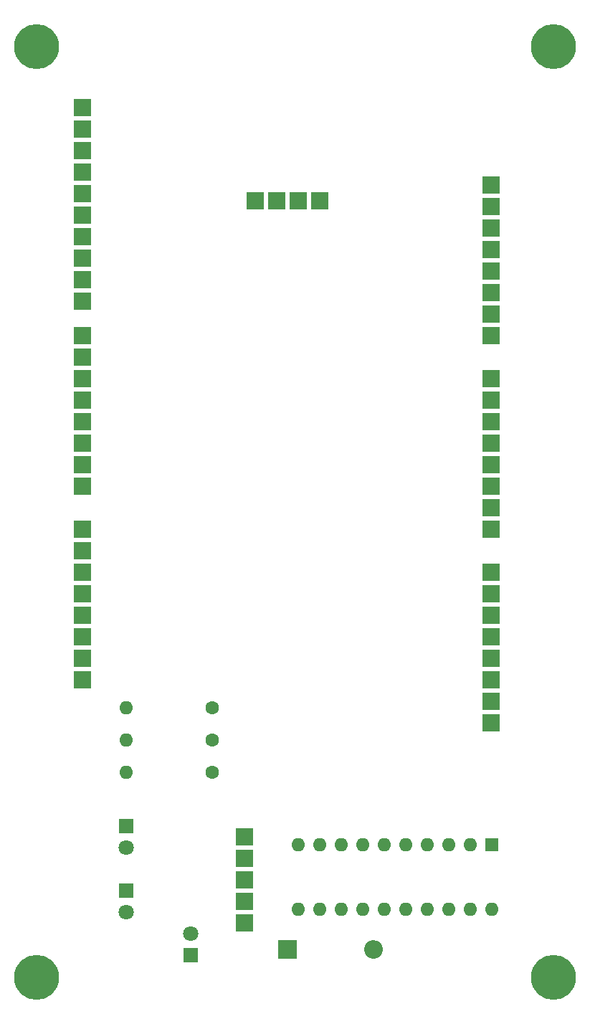
<source format=gbr>
G04 #@! TF.GenerationSoftware,KiCad,Pcbnew,8.0.0*
G04 #@! TF.CreationDate,2024-03-18T20:15:54-07:00*
G04 #@! TF.ProjectId,sumitomo_node_v2,73756d69-746f-46d6-9f5f-6e6f64655f76,rev?*
G04 #@! TF.SameCoordinates,Original*
G04 #@! TF.FileFunction,Soldermask,Bot*
G04 #@! TF.FilePolarity,Negative*
%FSLAX46Y46*%
G04 Gerber Fmt 4.6, Leading zero omitted, Abs format (unit mm)*
G04 Created by KiCad (PCBNEW 8.0.0) date 2024-03-18 20:15:54*
%MOMM*%
%LPD*%
G01*
G04 APERTURE LIST*
%ADD10C,5.300000*%
%ADD11R,2.200000X2.200000*%
%ADD12O,2.200000X2.200000*%
%ADD13R,2.000000X2.000000*%
%ADD14R,1.600000X1.600000*%
%ADD15O,1.600000X1.600000*%
%ADD16C,1.600000*%
%ADD17R,1.800000X1.800000*%
%ADD18C,1.800000*%
G04 APERTURE END LIST*
D10*
X121580000Y-162636000D03*
X60538000Y-162636000D03*
X121580000Y-52756000D03*
X60538000Y-52760000D03*
D11*
X90170000Y-159385000D03*
D12*
X100330000Y-159385000D03*
D13*
X114260000Y-69144000D03*
X114260000Y-71684000D03*
X114260000Y-74224000D03*
X114260000Y-76764000D03*
X114260000Y-79304000D03*
X114260000Y-81844000D03*
X114260000Y-84384000D03*
X114260000Y-86924000D03*
X114260000Y-92004000D03*
X114260000Y-94544000D03*
X114260000Y-97084000D03*
X114260000Y-99624000D03*
X114260000Y-102164000D03*
X114260000Y-104704000D03*
X114260000Y-107244000D03*
X114260000Y-109784000D03*
X114260000Y-114864000D03*
X114260000Y-117404000D03*
X114260000Y-119944000D03*
X114260000Y-122484000D03*
X114260000Y-125024000D03*
X114260000Y-127564000D03*
X114260000Y-130104000D03*
X114260000Y-132644000D03*
X66000000Y-60000000D03*
X66000000Y-62540000D03*
X66000000Y-65080000D03*
X66000000Y-67620000D03*
X66000000Y-70160000D03*
X66000000Y-72700000D03*
X66000000Y-75240000D03*
X66000000Y-77780000D03*
X66000000Y-80320000D03*
X66000000Y-82860000D03*
X66000000Y-86924000D03*
X66000000Y-89464000D03*
X66000000Y-92004000D03*
X66000000Y-94544000D03*
X66000000Y-97084000D03*
X66000000Y-99624000D03*
X66000000Y-102164000D03*
X66000000Y-104704000D03*
X66000000Y-109784000D03*
X66000000Y-112324000D03*
X66000000Y-114864000D03*
X66000000Y-117404000D03*
X66000000Y-119944000D03*
X66000000Y-122484000D03*
X66000000Y-125024000D03*
X66000000Y-127564000D03*
X85090000Y-156210000D03*
X85090000Y-153670000D03*
X85090000Y-151130000D03*
X85090000Y-148590000D03*
X85090000Y-146050000D03*
X86380000Y-71000000D03*
X88920000Y-71000000D03*
X91460000Y-71000000D03*
X94000000Y-71000000D03*
D14*
X114300000Y-147000000D03*
D15*
X111760000Y-147000000D03*
X109220000Y-147000000D03*
X106680000Y-147000000D03*
X104140000Y-147000000D03*
X101600000Y-147000000D03*
X99060000Y-147000000D03*
X96520000Y-147000000D03*
X93980000Y-147000000D03*
X91440000Y-147000000D03*
X91440000Y-154620000D03*
X93980000Y-154620000D03*
X96520000Y-154620000D03*
X99060000Y-154620000D03*
X101600000Y-154620000D03*
X104140000Y-154620000D03*
X106680000Y-154620000D03*
X109220000Y-154620000D03*
X111760000Y-154620000D03*
X114300000Y-154620000D03*
X71120000Y-130810000D03*
D16*
X81280000Y-130810000D03*
D15*
X71120000Y-134620000D03*
D16*
X81280000Y-134620000D03*
D15*
X71120000Y-138430000D03*
D16*
X81280000Y-138430000D03*
D17*
X78740000Y-160030000D03*
D18*
X78740000Y-157490000D03*
D17*
X71120000Y-152400000D03*
D18*
X71120000Y-154940000D03*
D17*
X71120000Y-144780000D03*
D18*
X71120000Y-147320000D03*
M02*

</source>
